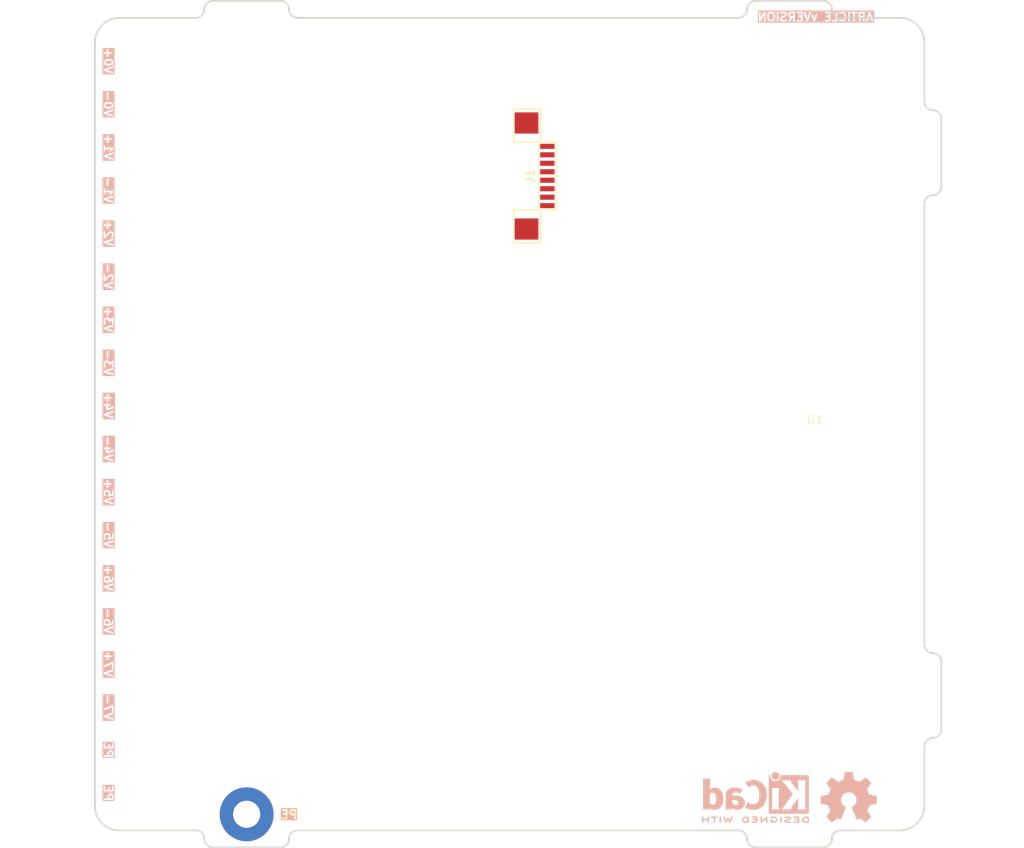
<source format=kicad_pcb>
(kicad_pcb (version 20240108) (generator "pcbnew") (generator_version "8.0")
  (title_block (title "${article} v${version}"))
  (layers (0 "F.Cu" signal) (31 "B.Cu" signal) (34 "B.Paste" user) (35 "F.Paste" user) (36 "B.SilkS" user "B.Silkscreen") (37 "F.SilkS" user "F.Silkscreen") (38 "B.Mask" user) (39 "F.Mask" user) (44 "Edge.Cuts" user))
  (property "article" "ARTICLE")
  (property "version" "VERSION")
  (net 0 "")
  (net 2 "/MOSI")
  (net 3 "/CS")
  (net 4 "/MISO")
  (net 5 "GND")
  (net 6 "/SCK")
  (net 7 "+3.3V")
  (net 8 "+5V")
  (footprint "kicad_inventree_lib:PM-ESP32C3_v0.0.2" (layer "F.Cu") (at 110 100)
    (property "Reference" "U1" (at 0 -0.5 0) (layer "F.SilkS") (effects (font (thickness 0.1))))
    (property "Value" "~")
    (pad "" np_thru_hole circle (at -24 -45) (size 2.2 2.2) (drill 2.2) (layers "*.Cu" "*.Mask"))
    (pad "" np_thru_hole circle (at -24 45) (size 2.2 2.2) (drill 2.2) (layers "*.Cu" "*.Mask"))
    (pad "" np_thru_hole circle (at 10 -45) (size 2.2 2.2) (drill 2.2) (layers "*.Cu" "*.Mask"))
    (pad "" np_thru_hole circle (at 10 45) (size 2.2 2.2) (drill 2.2) (layers "*.Cu" "*.Mask"))
  )
  (footprint "MountingHole:MountingHole_3.2mm_M3" (layer "F.Cu") (at 121 132)
    (property "Reference" "H3" (hide yes))
    (property "Value" "MountingHole")
    (pad "" np_thru_hole circle (at 0 0) (size 3.2 3.2) (drill 3.2) (layers "*.Cu" "*.Mask"))
  )
  (footprint "MountingHole:MountingHole_2.2mm_M2" (layer "F.Cu") (at 52 145)
    (property "Reference" "H9" (hide yes))
    (property "Value" "MountingHole")
    (pad "" np_thru_hole circle (at 0 0) (size 2.2 2.2) (drill 2.2) (layers "*.Cu" "*.Mask"))
  )
  (footprint "MountingHole:MountingHole_2.2mm_M2" (layer "F.Cu") (at 35 145)
    (property "Reference" "H11" (hide yes))
    (property "Value" "MountingHole")
    (pad "" np_thru_hole circle (at 0 0) (size 2.2 2.2) (drill 2.2) (layers "*.Cu" "*.Mask"))
  )
  (footprint "MountingHole:MountingHole_2.2mm_M2" (layer "F.Cu") (at 35 55)
    (property "Reference" "H8" (hide yes))
    (property "Value" "MountingHole")
    (pad "" np_thru_hole circle (at 0 0) (size 2.2 2.2) (drill 2.2) (layers "*.Cu" "*.Mask"))
  )
  (footprint "MountingHole:MountingHole_3.2mm_M3" (layer "F.Cu") (at 121 68)
    (property "Reference" "H2" (hide yes))
    (property "Value" "MountingHole")
    (pad "" np_thru_hole circle (at 0 0) (size 3.2 3.2) (drill 3.2) (layers "*.Cu" "*.Mask"))
  )
  (footprint "kicad_inventree_lib:X10B25L08T" (layer "F.Cu") (at 78.45 70.75 -90)
    (property "Reference" "J1" (at 0 2 90) (layer "F.SilkS"))
    (property "Value" "X10B25L08T")
    (pad "0" smd rect (at -6.25 2.45 270) (size 2.5 2.8) (layers "F.Cu" "F.Paste" "F.Mask"))
    (pad "0" smd rect (at 6.25 2.45 270) (size 2.5 2.8) (layers "F.Cu" "F.Paste" "F.Mask"))
    (pad "1" smd rect (at -3.5 0 270) (size 0.6 1.7) (layers "F.Cu" "F.Paste" "F.Mask") (net 8 "+5V"))
    (pad "2" smd rect (at -2.5 0 270) (size 0.6 1.7) (layers "F.Cu" "F.Paste" "F.Mask") (net 7 "+3.3V"))
    (pad "3" smd rect (at -1.5 0 270) (size 0.6 1.7) (layers "F.Cu" "F.Paste" "F.Mask"))
    (pad "4" smd rect (at -0.5 0 270) (size 0.6 1.7) (layers "F.Cu" "F.Paste" "F.Mask") (net 2 "/MOSI"))
    (pad "5" smd rect (at 0.5 0 270) (size 0.6 1.7) (layers "F.Cu" "F.Paste" "F.Mask") (net 4 "/MISO"))
    (pad "6" smd rect (at 1.5 0 270) (size 0.6 1.7) (layers "F.Cu" "F.Paste" "F.Mask") (net 6 "/SCK"))
    (pad "7" smd rect (at 2.5 0 270) (size 0.6 1.7) (layers "F.Cu" "F.Paste" "F.Mask") (net 3 "/CS"))
    (pad "8" smd rect (at 3.5 0 270) (size 0.6 1.7) (layers "F.Cu" "F.Paste" "F.Mask") (net 5 "GND"))
  )
  (footprint "MountingHole:MountingHole_3.2mm_M3" (layer "F.Cu") (at 43 54)
    (property "Reference" "H1" (hide yes))
    (property "Value" "MountingHole")
    (pad "" np_thru_hole circle (at 0 0) (size 3.2 3.2) (drill 3.2) (layers "*.Cu" "*.Mask"))
  )
  (footprint "MountingHole:MountingHole_2.2mm_M2" (layer "F.Cu") (at 52 55)
    (property "Reference" "H10" (hide yes))
    (property "Value" "MountingHole")
    (pad "" np_thru_hole circle (at 0 0) (size 2.2 2.2) (drill 2.2) (layers "*.Cu" "*.Mask"))
  )
  (footprint "kicad_inventree_lib:PE" (layer "F.Cu") (at 43 146)
    (property "Reference" "PE1" (hide yes))
    (property "Value" "PE")
    (pad "1" thru_hole oval (at 0 0) (size 6.35 6.35) (drill 3.2) (layers "*.Cu" "*.Mask"))
  )
  (footprint "Symbol:KiCad-Logo2_5mm_SilkScreen" (layer "B.Cu") (at 103 144 180)
    (property "Reference" "kicad_logo" (hide yes))
    (property "Value" "KiCad-Logo2_5mm_SilkScreen" (hide yes))
  )
  (footprint "Symbol:OSHW-Symbol_6.7x6mm_SilkScreen" (layer "B.Cu") (at 114 144 180)
    (property "Reference" "oshw_logo" (hide yes))
    (property "Value" "OSHW-Symbol_6.7x6mm_SilkScreen" (hide yes))
  )
  (gr_arc (start 25.1 55) (mid 25.94939 52.94939) (end 28 52.1) (stroke (width 0.2)) (layer "Edge.Cuts"))
  (gr_line (start 103 50.1) (end 111 50.1) (stroke (width 0.2)) (layer "Edge.Cuts"))
  (gr_arc (start 111 50.1) (mid 111.707107 50.392893) (end 112 51.1) (stroke (width 0.2)) (layer "Edge.Cuts"))
  (gr_arc (start 123.9 127) (mid 124.607107 127.292893) (end 124.9 128) (stroke (width 0.2)) (layer "Edge.Cuts"))
  (gr_arc (start 38 51.1) (mid 38.292893 50.392893) (end 39 50.1) (stroke (width 0.2)) (layer "Edge.Cuts"))
  (gr_line (start 122.9 126) (end 122.9 74) (stroke (width 0.2)) (layer "Edge.Cuts"))
  (gr_line (start 111 149.9) (end 103 149.9) (stroke (width 0.2)) (layer "Edge.Cuts"))
  (gr_arc (start 49 52.1) (mid 48.292893 51.807107) (end 48 51.1) (stroke (width 0.2)) (layer "Edge.Cuts"))
  (gr_line (start 122.9 138) (end 122.9 145) (stroke (width 0.2)) (layer "Edge.Cuts"))
  (gr_arc (start 103 149.9) (mid 102.292893 149.607107) (end 102 148.9) (stroke (width 0.2)) (layer "Edge.Cuts"))
  (gr_arc (start 47 50.1) (mid 47.707107 50.392893) (end 48 51.1) (stroke (width 0.2)) (layer "Edge.Cuts"))
  (gr_line (start 101 52.1) (end 49 52.1) (stroke (width 0.2)) (layer "Edge.Cuts"))
  (gr_arc (start 122.9 145) (mid 122.05061 147.05061) (end 120 147.9) (stroke (width 0.2)) (layer "Edge.Cuts"))
  (gr_arc (start 124.9 136) (mid 124.607107 136.707107) (end 123.9 137) (stroke (width 0.2)) (layer "Edge.Cuts"))
  (gr_arc (start 39 149.9) (mid 38.292893 149.607107) (end 38 148.9) (stroke (width 0.2)) (layer "Edge.Cuts"))
  (gr_line (start 120 147.9) (end 113 147.9) (stroke (width 0.2)) (layer "Edge.Cuts"))
  (gr_arc (start 122.9 74) (mid 123.192893 73.292893) (end 123.9 73) (stroke (width 0.2)) (layer "Edge.Cuts"))
  (gr_line (start 49 147.9) (end 101 147.9) (stroke (width 0.2)) (layer "Edge.Cuts"))
  (gr_arc (start 123.9 63) (mid 123.192893 62.707107) (end 122.9 62) (stroke (width 0.2)) (layer "Edge.Cuts"))
  (gr_line (start 37 147.9) (end 28 147.9) (stroke (width 0.2)) (layer "Edge.Cuts"))
  (gr_arc (start 123.9 127) (mid 123.192893 126.707107) (end 122.9 126) (stroke (width 0.2)) (layer "Edge.Cuts"))
  (gr_arc (start 102 51.1) (mid 101.707107 51.807107) (end 101 52.1) (stroke (width 0.2)) (layer "Edge.Cuts"))
  (gr_arc (start 48 148.9) (mid 47.707107 149.607107) (end 47 149.9) (stroke (width 0.2)) (layer "Edge.Cuts"))
  (gr_arc (start 113 52.1) (mid 112.292893 51.807107) (end 112 51.1) (stroke (width 0.2)) (layer "Edge.Cuts"))
  (gr_arc (start 112 148.9) (mid 112.292893 148.192893) (end 113 147.9) (stroke (width 0.2)) (layer "Edge.Cuts"))
  (gr_arc (start 112 148.9) (mid 111.707107 149.607107) (end 111 149.9) (stroke (width 0.2)) (layer "Edge.Cuts"))
  (gr_line (start 113 52.1) (end 120 52.1) (stroke (width 0.2)) (layer "Edge.Cuts"))
  (gr_arc (start 38 51.1) (mid 37.707107 51.807107) (end 37 52.1) (stroke (width 0.2)) (layer "Edge.Cuts"))
  (gr_arc (start 123.9 63) (mid 124.607107 63.292893) (end 124.9 64) (stroke (width 0.2)) (layer "Edge.Cuts"))
  (gr_arc (start 120 52.1) (mid 122.05061 52.94939) (end 122.9 55) (stroke (width 0.2)) (layer "Edge.Cuts"))
  (gr_arc (start 124.9 72) (mid 124.607107 72.707107) (end 123.9 73) (stroke (width 0.2)) (layer "Edge.Cuts"))
  (gr_line (start 25.1 55) (end 25.1 145) (stroke (width 0.2)) (layer "Edge.Cuts"))
  (gr_arc (start 37 147.9) (mid 37.707107 148.192893) (end 38 148.9) (stroke (width 0.2)) (layer "Edge.Cuts"))
  (gr_arc (start 102 51.1) (mid 102.292893 50.392893) (end 103 50.1) (stroke (width 0.2)) (layer "Edge.Cuts"))
  (gr_line (start 28 52.1) (end 37 52.1) (stroke (width 0.2)) (layer "Edge.Cuts"))
  (gr_line (start 124.9 128) (end 124.9 136) (stroke (width 0.2)) (layer "Edge.Cuts"))
  (gr_line (start 124.9 64) (end 124.9 72) (stroke (width 0.2)) (layer "Edge.Cuts"))
  (gr_arc (start 28 147.9) (mid 25.94939 147.05061) (end 25.1 145) (stroke (width 0.2)) (layer "Edge.Cuts"))
  (gr_arc (start 101 147.9) (mid 101.707107 148.192893) (end 102 148.9) (stroke (width 0.2)) (layer "Edge.Cuts"))
  (gr_line (start 39 50.1) (end 47 50.1) (stroke (width 0.2)) (layer "Edge.Cuts"))
  (gr_line (start 122.9 55) (end 122.9 62) (stroke (width 0.2)) (layer "Edge.Cuts"))
  (gr_line (start 47 149.9) (end 39 149.9) (stroke (width 0.2)) (layer "Edge.Cuts"))
  (gr_arc (start 122.9 138) (mid 123.192893 137.292893) (end 123.9 137) (stroke (width 0.2)) (layer "Edge.Cuts"))
  (gr_arc (start 48 148.9) (mid 48.292893 148.192893) (end 49 147.9) (stroke (width 0.2)) (layer "Edge.Cuts"))
  (gr_text "V1+" (at 26.67 67.31 270) (layer "B.SilkS" knockout) (effects (font (size 1 1) (thickness 0.2) (bold yes)) (justify mirror)))
  (gr_text "V7-" (at 26.67 133.35 270) (layer "B.SilkS" knockout) (effects (font (size 1 1) (thickness 0.2) (bold yes)) (justify mirror)))
  (gr_text "V2-" (at 26.67 82.55 -90) (layer "B.SilkS" knockout) (effects (font (size 1 1) (thickness 0.2) (bold yes)) (justify mirror)))
  (gr_text "V5+" (at 26.67 107.95 270) (layer "B.SilkS" knockout) (effects (font (size 1 1) (thickness 0.2) (bold yes)) (justify mirror)))
  (gr_text "V1-" (at 26.67 72.39 -90) (layer "B.SilkS" knockout) (effects (font (size 1 1) (thickness 0.2) (bold yes)) (justify mirror)))
  (gr_text "PE" (at 26.67 138.43 270) (layer "B.SilkS" knockout) (effects (font (size 1 1) (thickness 0.2) (bold yes)) (justify mirror)))
  (gr_text "V4+" (at 26.67 97.79 270) (layer "B.SilkS" knockout) (effects (font (size 1 1) (thickness 0.2) (bold yes)) (justify mirror)))
  (gr_text "V7+" (at 26.67 128.27 270) (layer "B.SilkS" knockout) (effects (font (size 1 1) (thickness 0.2) (bold yes)) (justify mirror)))
  (gr_text "V3-" (at 26.67 92.71 270) (layer "B.SilkS" knockout) (effects (font (size 1 1) (thickness 0.2) (bold yes)) (justify mirror)))
  (gr_text "V6-" (at 26.67 123.19 270) (layer "B.SilkS" knockout) (effects (font (size 1 1) (thickness 0.2) (bold yes)) (justify mirror)))
  (gr_text "V3+" (at 26.67 87.63 270) (layer "B.SilkS" knockout) (effects (font (size 1 1) (thickness 0.2) (bold yes)) (justify mirror)))
  (gr_text "V0-" (at 26.67 62.23 270) (layer "B.SilkS" knockout) (effects (font (size 1 1) (thickness 0.2) (bold yes)) (justify mirror)))
  (gr_text "V0+" (at 26.67 57.15 270) (layer "B.SilkS" knockout) (effects (font (size 1 1) (thickness 0.2) (bold yes)) (justify mirror)))
  (gr_text "PE" (at 26.67 143.51 270) (layer "B.SilkS" knockout) (effects (font (size 1 1) (thickness 0.2) (bold yes)) (justify mirror)))
  (gr_text "V6+" (at 26.67 118.11 270) (layer "B.SilkS" knockout) (effects (font (size 1 1) (thickness 0.2) (bold yes)) (justify mirror)))
  (gr_text "V4-" (at 26.67 102.87 -90) (layer "B.SilkS" knockout) (effects (font (size 1 1) (thickness 0.2) (bold yes)) (justify mirror)))
  (gr_text "${article} v${version}" (at 117 52 0) (layer "B.SilkS" knockout) (effects (font (size 1 1) (thickness 0.2) (bold yes)) (justify left mirror)))
  (gr_text "V5-" (at 26.67 113.03 270) (layer "B.SilkS" knockout) (effects (font (size 1 1) (thickness 0.2) (bold yes)) (justify mirror)))
  (gr_text "V2+" (at 26.67 77.47 -90) (layer "B.SilkS" knockout) (effects (font (size 1 1) (thickness 0.2) (bold yes)) (justify mirror)))
  (gr_text "PE" (at 48 146.05 -0) (layer "B.SilkS" knockout) (effects (font (size 1 1) (thickness 0.2) (bold yes)) (justify mirror)))
  (gr_text "PE" (at 48 146 0) (layer "F.SilkS" knockout) (effects (font (size 1 1) (thickness 0.2) (bold yes))))
)
</source>
